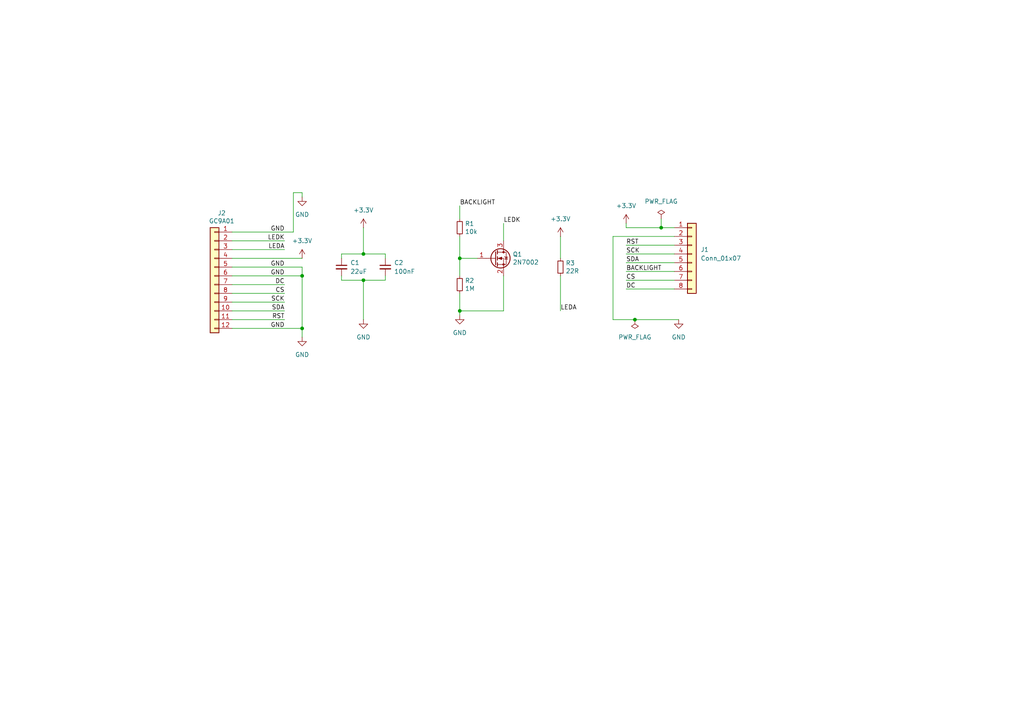
<source format=kicad_sch>
(kicad_sch (version 20231120) (generator "eeschema") (generator_version "8.0")
  (paper "A4")
  (lib_symbols
    (symbol "Connector_Generic:Conn_01x08" (pin_names (offset 1.016) hide)
      (property "Reference" "J" (at 0 10.16 0))
      (property "Value" "Conn_01x08" (at 0 -12.7 0))
      (symbol "Conn_01x08_1_1"
        (rectangle (start -1.27 -10.033) (end 0 -10.287) (stroke (width 0.1524)))
        (rectangle (start -1.27 -7.493) (end 0 -7.747) (stroke (width 0.1524)))
        (rectangle (start -1.27 -4.953) (end 0 -5.207) (stroke (width 0.1524)))
        (rectangle (start -1.27 -2.413) (end 0 -2.667) (stroke (width 0.1524)))
        (rectangle (start -1.27 0.127) (end 0 -0.127) (stroke (width 0.1524)))
        (rectangle (start -1.27 2.667) (end 0 2.413) (stroke (width 0.1524)))
        (rectangle (start -1.27 5.207) (end 0 4.953) (stroke (width 0.1524)))
        (rectangle (start -1.27 7.747) (end 0 7.493) (stroke (width 0.1524)))
        (rectangle (start -1.27 8.89) (end 1.27 -11.43) (stroke (width 0.254)) (fill (type background)))
        (pin passive line (at -5.08 7.62 0) (length 3.81) (name "Pin_1") (number "1"))
        (pin passive line (at -5.08 5.08 0) (length 3.81) (name "Pin_2") (number "2"))
        (pin passive line (at -5.08 2.54 0) (length 3.81) (name "Pin_3") (number "3"))
        (pin passive line (at -5.08 0 0) (length 3.81) (name "Pin_4") (number "4"))
        (pin passive line (at -5.08 -2.54 0) (length 3.81) (name "Pin_5") (number "5"))
        (pin passive line (at -5.08 -5.08 0) (length 3.81) (name "Pin_6") (number "6"))
        (pin passive line (at -5.08 -7.62 0) (length 3.81) (name "Pin_7") (number "7"))
        (pin passive line (at -5.08 -10.16 0) (length 3.81) (name "Pin_8") (number "8"))
      )
    )
    (symbol "Connector_Generic:Conn_01x12" (pin_names (offset 1.016) hide)
      (property "Reference" "J" (at 0 15.24 0))
      (property "Value" "Conn_01x12" (at 0 -17.78 0))
      (symbol "Conn_01x12_1_1"
        (rectangle (start -1.27 -15.113) (end 0 -15.367) (stroke (width 0.1524)))
        (rectangle (start -1.27 -12.573) (end 0 -12.827) (stroke (width 0.1524)))
        (rectangle (start -1.27 -10.033) (end 0 -10.287) (stroke (width 0.1524)))
        (rectangle (start -1.27 -7.493) (end 0 -7.747) (stroke (width 0.1524)))
        (rectangle (start -1.27 -4.953) (end 0 -5.207) (stroke (width 0.1524)))
        (rectangle (start -1.27 -2.413) (end 0 -2.667) (stroke (width 0.1524)))
        (rectangle (start -1.27 0.127) (end 0 -0.127) (stroke (width 0.1524)))
        (rectangle (start -1.27 2.667) (end 0 2.413) (stroke (width 0.1524)))
        (rectangle (start -1.27 5.207) (end 0 4.953) (stroke (width 0.1524)))
        (rectangle (start -1.27 7.747) (end 0 7.493) (stroke (width 0.1524)))
        (rectangle (start -1.27 10.287) (end 0 10.033) (stroke (width 0.1524)))
        (rectangle (start -1.27 12.827) (end 0 12.573) (stroke (width 0.1524)))
        (rectangle (start -1.27 13.97) (end 1.27 -16.51) (stroke (width 0.254)) (fill (type background)))
        (pin passive line (at -5.08 12.7 0) (length 3.81) (name "Pin_1") (number "1"))
        (pin passive line (at -5.08 -10.16 0) (length 3.81) (name "Pin_10") (number "10"))
        (pin passive line (at -5.08 -12.7 0) (length 3.81) (name "Pin_11") (number "11"))
        (pin passive line (at -5.08 -15.24 0) (length 3.81) (name "Pin_12") (number "12"))
        (pin passive line (at -5.08 10.16 0) (length 3.81) (name "Pin_2") (number "2"))
        (pin passive line (at -5.08 7.62 0) (length 3.81) (name "Pin_3") (number "3"))
        (pin passive line (at -5.08 5.08 0) (length 3.81) (name "Pin_4") (number "4"))
        (pin passive line (at -5.08 2.54 0) (length 3.81) (name "Pin_5") (number "5"))
        (pin passive line (at -5.08 0 0) (length 3.81) (name "Pin_6") (number "6"))
        (pin passive line (at -5.08 -2.54 0) (length 3.81) (name "Pin_7") (number "7"))
        (pin passive line (at -5.08 -5.08 0) (length 3.81) (name "Pin_8") (number "8"))
        (pin passive line (at -5.08 -7.62 0) (length 3.81) (name "Pin_9") (number "9"))
      )
    )
    (symbol "Device:C_Small" (pin_numbers hide) (pin_names (offset 0.254) hide)
      (property "Reference" "C" (at 0.254 1.778 0))
      (property "Value" "C_Small" (at 0.254 -2.032 0))
      (symbol "C_Small_0_1"
        (polyline (pts (xy -1.524 -0.508) (xy 1.524 -0.508)) (stroke (width 0.3302)))
        (polyline (pts (xy -1.524 0.508) (xy 1.524 0.508)) (stroke (width 0.3048)))
      )
      (symbol "C_Small_1_1"
        (pin passive line (at 0 2.54 270) (length 2.032) (name "~") (number "1"))
        (pin passive line (at 0 -2.54 90) (length 2.032) (name "~") (number "2"))
      )
    )
    (symbol "Device:R_Small" (pin_numbers hide) (pin_names (offset 0.254) hide)
      (property "Reference" "R" (at 0.762 0.508 0))
      (property "Value" "R_Small" (at 0.762 -1.016 0))
      (symbol "R_Small_0_1"
        (rectangle (start -0.762 1.778) (end 0.762 -1.778) (stroke (width 0.2032)))
      )
      (symbol "R_Small_1_1"
        (pin passive line (at 0 2.54 270) (length 0.762) (name "~") (number "1"))
        (pin passive line (at 0 -2.54 90) (length 0.762) (name "~") (number "2"))
      )
    )
    (symbol "Transistor_FET:2N7002" (pin_names hide)
      (property "Reference" "Q" (at 5.08 1.905 0))
      (property "Value" "2N7002" (at 5.08 0 0))
      (symbol "2N7002_0_1"
        (polyline (pts (xy 0.254 0) (xy -2.54 0)))
        (polyline (pts (xy 0.254 1.905) (xy 0.254 -1.905)) (stroke (width 0.254)))
        (polyline (pts (xy 0.762 -1.27) (xy 0.762 -2.286)) (stroke (width 0.254)))
        (polyline (pts (xy 0.762 0.508) (xy 0.762 -0.508)) (stroke (width 0.254)))
        (polyline (pts (xy 0.762 2.286) (xy 0.762 1.27)) (stroke (width 0.254)))
        (polyline (pts (xy 2.54 2.54) (xy 2.54 1.778)))
        (polyline (pts (xy 2.54 -2.54) (xy 2.54 0) (xy 0.762 0)))
        (polyline (pts (xy 0.762 -1.778) (xy 3.302 -1.778) (xy 3.302 1.778) (xy 0.762 1.778)))
        (polyline (pts (xy 1.016 0) (xy 2.032 0.381) (xy 2.032 -0.381) (xy 1.016 0)) (fill (type outline)))
        (polyline (pts (xy 2.794 0.508) (xy 2.921 0.381) (xy 3.683 0.381) (xy 3.81 0.254)))
        (polyline (pts (xy 3.302 0.381) (xy 2.921 -0.254) (xy 3.683 -0.254) (xy 3.302 0.381)))
        (circle (center 1.651 0) (radius 2.794) (stroke (width 0.254)))
        (circle (center 2.54 -1.778) (radius 0.254) (fill (type outline)))
        (circle (center 2.54 1.778) (radius 0.254) (fill (type outline)))
      )
      (symbol "2N7002_1_1"
        (pin input line (at -5.08 0 0) (length 2.54) (name "G") (number "1"))
        (pin passive line (at 2.54 -5.08 90) (length 2.54) (name "S") (number "2"))
        (pin passive line (at 2.54 5.08 270) (length 2.54) (name "D") (number "3"))
      )
    )
    (symbol "power:+3.3V" (power) (pin_numbers hide) (pin_names (offset 0) hide)
      (property "Value" "+3.3V" (at 0 3.556 0))
      (symbol "+3.3V_0_1"
        (polyline (pts (xy -0.762 1.27) (xy 0 2.54)))
        (polyline (pts (xy 0 0) (xy 0 2.54)))
        (polyline (pts (xy 0 2.54) (xy 0.762 1.27)))
      )
      (symbol "+3.3V_1_1"
        (pin power_in line (at 0 0 90) (length 0) (name "~") (number "1"))
      )
    )
    (symbol "power:GND" (power) (pin_numbers hide) (pin_names (offset 0) hide)
      (property "Value" "GND" (at 0 -3.81 0))
      (symbol "GND_0_1"
        (polyline (pts (xy 0 0) (xy 0 -1.27) (xy 1.27 -1.27) (xy 0 -2.54) (xy -1.27 -1.27) (xy 0 -1.27)))
      )
      (symbol "GND_1_1"
        (pin power_in line (at 0 0 270) (length 0) (name "~") (number "1"))
      )
    )
    (symbol "power:PWR_FLAG" (power) (pin_numbers hide) (pin_names (offset 0) hide)
      (property "Value" "PWR_FLAG" (at 0 3.81 0))
      (symbol "PWR_FLAG_0_0"
        (pin power_out line (at 0 0 90) (length 0) (name "~") (number "1"))
      )
      (symbol "PWR_FLAG_0_1"
        (polyline (pts (xy 0 0) (xy 0 1.27) (xy -1.016 1.905) (xy 0 2.54) (xy 1.016 1.905) (xy 0 1.27)))
      )
    )
  )
  (junction (at 105.41 81.28))
  (junction (at 184.15 92.71))
  (junction (at 87.63 95.25))
  (junction (at 133.35 90.17))
  (junction (at 105.41 73.66))
  (junction (at 191.77 66.04))
  (junction (at 133.35 74.93))
  (junction (at 87.63 80.01))
  (wire (pts (xy 67.31 92.71) (xy 82.55 92.71)))
  (wire (pts (xy 67.31 95.25) (xy 87.63 95.25)))
  (wire (pts (xy 146.05 64.77) (xy 146.05 69.85)))
  (wire (pts (xy 191.77 66.04) (xy 195.58 66.04)))
  (wire (pts (xy 181.61 66.04) (xy 181.61 64.77)))
  (wire (pts (xy 191.77 63.5) (xy 191.77 66.04)))
  (wire (pts (xy 181.61 71.12) (xy 195.58 71.12)))
  (wire (pts (xy 181.61 66.04) (xy 191.77 66.04)))
  (wire (pts (xy 87.63 95.25) (xy 87.63 97.79)))
  (wire (pts (xy 133.35 74.93) (xy 133.35 80.01)))
  (wire (pts (xy 99.06 74.93) (xy 99.06 73.66)))
  (wire (pts (xy 162.56 80.01) (xy 162.56 90.17)))
  (wire (pts (xy 67.31 82.55) (xy 82.55 82.55)))
  (wire (pts (xy 67.31 69.85) (xy 82.55 69.85)))
  (wire (pts (xy 67.31 90.17) (xy 82.55 90.17)))
  (wire (pts (xy 133.35 74.93) (xy 138.43 74.93)))
  (wire (pts (xy 184.15 92.71) (xy 177.8 92.71)))
  (wire (pts (xy 177.8 68.58) (xy 177.8 92.71)))
  (wire (pts (xy 87.63 77.47) (xy 87.63 80.01)))
  (wire (pts (xy 105.41 81.28) (xy 105.41 92.71)))
  (wire (pts (xy 67.31 67.31) (xy 85.09 67.31)))
  (wire (pts (xy 105.41 73.66) (xy 111.76 73.66)))
  (wire (pts (xy 162.56 68.58) (xy 162.56 74.93)))
  (wire (pts (xy 99.06 81.28) (xy 99.06 80.01)))
  (wire (pts (xy 181.61 73.66) (xy 195.58 73.66)))
  (wire (pts (xy 111.76 73.66) (xy 111.76 74.93)))
  (wire (pts (xy 133.35 68.58) (xy 133.35 74.93)))
  (wire (pts (xy 133.35 59.69) (xy 133.35 63.5)))
  (wire (pts (xy 99.06 73.66) (xy 105.41 73.66)))
  (wire (pts (xy 99.06 81.28) (xy 105.41 81.28)))
  (wire (pts (xy 105.41 81.28) (xy 111.76 81.28)))
  (wire (pts (xy 87.63 57.15) (xy 87.63 55.88)))
  (wire (pts (xy 177.8 68.58) (xy 195.58 68.58)))
  (wire (pts (xy 105.41 73.66) (xy 105.41 66.04)))
  (wire (pts (xy 133.35 90.17) (xy 133.35 91.44)))
  (wire (pts (xy 196.85 92.71) (xy 184.15 92.71)))
  (wire (pts (xy 67.31 77.47) (xy 87.63 77.47)))
  (wire (pts (xy 133.35 85.09) (xy 133.35 90.17)))
  (wire (pts (xy 181.61 78.74) (xy 195.58 78.74)))
  (wire (pts (xy 111.76 81.28) (xy 111.76 80.01)))
  (wire (pts (xy 85.09 55.88) (xy 85.09 67.31)))
  (wire (pts (xy 181.61 76.2) (xy 195.58 76.2)))
  (wire (pts (xy 67.31 87.63) (xy 82.55 87.63)))
  (wire (pts (xy 181.61 83.82) (xy 195.58 83.82)))
  (wire (pts (xy 181.61 81.28) (xy 195.58 81.28)))
  (wire (pts (xy 67.31 72.39) (xy 82.55 72.39)))
  (wire (pts (xy 146.05 90.17) (xy 133.35 90.17)))
  (wire (pts (xy 67.31 74.93) (xy 87.63 74.93)))
  (wire (pts (xy 67.31 85.09) (xy 82.55 85.09)))
  (wire (pts (xy 146.05 80.01) (xy 146.05 90.17)))
  (wire (pts (xy 67.31 80.01) (xy 87.63 80.01)))
  (wire (pts (xy 87.63 80.01) (xy 87.63 95.25)))
  (wire (pts (xy 87.63 55.88) (xy 85.09 55.88)))
  (label "GND" (at 82.55 80.01 180))
  (label "CS" (at 181.61 81.28 0))
  (label "SCK" (at 82.55 87.63 180))
  (label "LEDK" (at 146.05 64.77 0))
  (label "LEDK" (at 82.55 69.85 180))
  (label "BACKLIGHT" (at 133.35 59.69 0))
  (label "DC" (at 82.55 82.55 180))
  (label "SCK" (at 181.61 73.66 0))
  (label "GND" (at 82.55 67.31 180))
  (label "GND" (at 82.55 95.25 180))
  (label "CS" (at 82.55 85.09 180))
  (label "RST" (at 82.55 92.71 180))
  (label "DC" (at 181.61 83.82 0))
  (label "RST" (at 181.61 71.12 0))
  (label "LEDA" (at 162.56 90.17 0))
  (label "BACKLIGHT" (at 181.61 78.74 0))
  (label "GND" (at 82.55 77.47 180))
  (label "SDA" (at 82.55 90.17 180))
  (label "LEDA" (at 82.55 72.39 180))
  (label "SDA" (at 181.61 76.2 0))
  (symbol (lib_id "Device:C_Small") (at 111.76 77.47 0) (unit 1)
    (property "Reference" "C2" (at 114.3 76.2062 0) (effects (justify left)))
    (property "Value" "100nF" (at 114.3 78.7462 0) (effects (justify left)))
    (property "Footprint" "Capacitor_SMD:C_0805_2012Metric" (effects (hide yes)))
    (property "Description" "Unpolarized capacitor, small symbol" (effects (hide yes)))
  )
  (symbol (lib_id "Device:C_Small") (at 99.06 77.47 0) (unit 1)
    (property "Reference" "C1" (at 101.6 76.2062 0) (effects (justify left)))
    (property "Value" "22uF" (at 101.6 78.7462 0) (effects (justify left)))
    (property "Footprint" "Capacitor_SMD:C_0805_2012Metric" (effects (hide yes)))
    (property "Description" "Unpolarized capacitor, small symbol" (effects (hide yes)))
  )
  (symbol (lib_id "Device:R_Small") (at 133.35 66.04 0) (unit 1)
    (property "Reference" "R1" (at 134.8486 64.8716 0) (effects (justify left)))
    (property "Value" "10k" (at 134.8486 67.183 0) (effects (justify left)))
    (property "Footprint" "Resistor_SMD:R_0603_1608Metric" (effects (hide yes)))
    (property "Digikey" "RMCF0603JT10K0CT-ND" (effects (hide yes)))
    (property "LCSC" "C98220" (effects (hide yes)))
    (property "Mouser" "652-CR0603FX-1002ELF" (effects (hide yes)))
  )
  (symbol (lib_id "Device:R_Small") (at 162.56 77.47 0) (unit 1)
    (property "Reference" "R3" (at 164.0586 76.3016 0) (effects (justify left)))
    (property "Value" "22R" (at 164.0586 78.613 0) (effects (justify left)))
    (property "Footprint" "Resistor_SMD:R_0603_1608Metric" (effects (hide yes)))
    (property "Digikey" "RMCF0603JT22R0CT-ND" (effects (hide yes)))
    (property "Mouser" "652-CR0603FX-22R0ELF" (effects (hide yes)))
  )
  (symbol (lib_id "Connector_Generic:Conn_01x08") (at 200.66 73.66 0) (unit 1)
    (property "Reference" "J1" (at 203.2 72.3899 0) (effects (justify left)))
    (property "Value" "Conn_01x07" (at 203.2 74.9299 0) (effects (justify left)))
    (property "Footprint" "Connector_FFC-FPC:TE_0-1734839-8_1x08-1MP_P0.5mm_Horizontal" (effects (hide yes)))
    (property "Description" "Generic connector, single row, 01x08, script generated (kicad-library-utils/schlib/autogen/connector/)" (effects (hide yes)))
  )
  (symbol (lib_id "power:PWR_FLAG") (at 184.15 92.71 180) (unit 1)
    (property "Reference" "#FLG02" (effects (hide yes)))
    (property "Value" "PWR_FLAG" (at 184.15 97.79 0))
    (property "Description" "Special symbol for telling ERC where power comes from" (effects (hide yes)))
  )
  (symbol (lib_id "power:+3.3V") (at 181.61 64.77 0) (unit 1)
    (property "Reference" "#PWR08" (effects (hide yes)))
    (property "Value" "+3.3V" (at 181.61 59.69 0))
    (property "Description" "Power symbol creates a global label with name \"+3.3V\"" (effects (hide yes)))
  )
  (symbol (lib_id "power:+3.3V") (at 87.63 74.93 0) (unit 1)
    (property "Reference" "#PWR03" (effects (hide yes)))
    (property "Value" "+3.3V" (at 87.63 69.85 0))
    (property "Description" "Power symbol creates a global label with name \"+3.3V\"" (effects (hide yes)))
  )
  (symbol (lib_id "power:GND") (at 87.63 57.15 0) (unit 1)
    (property "Reference" "#PWR05" (effects (hide yes)))
    (property "Value" "GND" (at 87.63 62.23 0))
    (property "Description" "Power symbol creates a global label with name \"GND\" , ground" (effects (hide yes)))
  )
  (symbol (lib_id "power:+3.3V") (at 105.41 66.04 0) (unit 1)
    (property "Reference" "#PWR01" (effects (hide yes)))
    (property "Value" "+3.3V" (at 105.41 60.96 0))
    (property "Description" "Power symbol creates a global label with name \"+3.3V\"" (effects (hide yes)))
  )
  (symbol (lib_id "Connector_Generic:Conn_01x12") (at 62.23 80.01 0) (mirror y) (unit 1)
    (property "Reference" "J2" (at 64.3128 61.7982 0))
    (property "Value" "GC9A01" (at 64.3128 64.1096 0))
    (property "Footprint" "gc0a01:GC9A01Round1.28" (effects (hide yes)))
    (property "AliExpress" "https://www.aliexpress.com/item/1005001321857930.html" (effects (hide yes)))
    (property "Digikey" "N/A" (effects (hide yes)))
    (property "LCSC" "N/A" (effects (hide yes)))
    (property "Mouser" "N/A" (effects (hide yes)))
  )
  (symbol (lib_id "Transistor_FET:2N7002") (at 143.51 74.93 0) (unit 1)
    (property "Reference" "Q1" (at 148.6916 73.7616 0) (effects (justify left)))
    (property "Value" "2N7002" (at 148.6916 76.073 0) (effects (justify left)))
    (property "Footprint" "Package_TO_SOT_SMD:SOT-23" (effects (hide yes)))
    (property "Datasheet" "https://www.onsemi.com/pub/Collateral/NDS7002A-D.PDF" (effects (hide yes)))
    (property "Description" "0.115A Id, 60V Vds, N-Channel MOSFET, SOT-23" (effects (hide yes)))
    (property "Digikey" "2N7002H6327XTSA2CT-ND" (effects (hide yes)))
    (property "LCSC" "2N7002" (effects (hide yes)))
    (property "Mouser" "771-2N7002NXAKR" (effects (hide yes)))
  )
  (symbol (lib_id "power:GND") (at 133.35 91.44 0) (unit 1)
    (property "Reference" "#PWR06" (effects (hide yes)))
    (property "Value" "GND" (at 133.35 96.52 0))
    (property "Description" "Power symbol creates a global label with name \"GND\" , ground" (effects (hide yes)))
  )
  (symbol (lib_id "power:+3.3V") (at 162.56 68.58 0) (unit 1)
    (property "Reference" "#PWR07" (effects (hide yes)))
    (property "Value" "+3.3V" (at 162.56 63.5 0))
    (property "Description" "Power symbol creates a global label with name \"+3.3V\"" (effects (hide yes)))
  )
  (symbol (lib_id "power:GND") (at 196.85 92.71 0) (unit 1)
    (property "Reference" "#PWR09" (effects (hide yes)))
    (property "Value" "GND" (at 196.85 97.79 0))
    (property "Description" "Power symbol creates a global label with name \"GND\" , ground" (effects (hide yes)))
  )
  (symbol (lib_id "power:GND") (at 105.41 92.71 0) (unit 1)
    (property "Reference" "#PWR02" (effects (hide yes)))
    (property "Value" "GND" (at 105.41 97.79 0))
    (property "Description" "Power symbol creates a global label with name \"GND\" , ground" (effects (hide yes)))
  )
  (symbol (lib_id "power:PWR_FLAG") (at 191.77 63.5 0) (unit 1)
    (property "Reference" "#FLG01" (effects (hide yes)))
    (property "Value" "PWR_FLAG" (at 191.77 58.42 0))
    (property "Description" "Special symbol for telling ERC where power comes from" (effects (hide yes)))
  )
  (symbol (lib_id "Device:R_Small") (at 133.35 82.55 0) (unit 1)
    (property "Reference" "R2" (at 134.8486 81.3816 0) (effects (justify left)))
    (property "Value" "1M" (at 134.8486 83.693 0) (effects (justify left)))
    (property "Footprint" "Resistor_SMD:R_0603_1608Metric" (effects (hide yes)))
    (property "Digikey" "RMCF0603JT1M00CT-ND" (effects (hide yes)))
    (property "Mouser" "652-CR0603FX-1004ELF" (effects (hide yes)))
  )
  (symbol (lib_id "power:GND") (at 87.63 97.79 0) (unit 1)
    (property "Reference" "#PWR04" (effects (hide yes)))
    (property "Value" "GND" (at 87.63 102.87 0))
    (property "Description" "Power symbol creates a global label with name \"GND\" , ground" (effects (hide yes)))
  )
)
</source>
